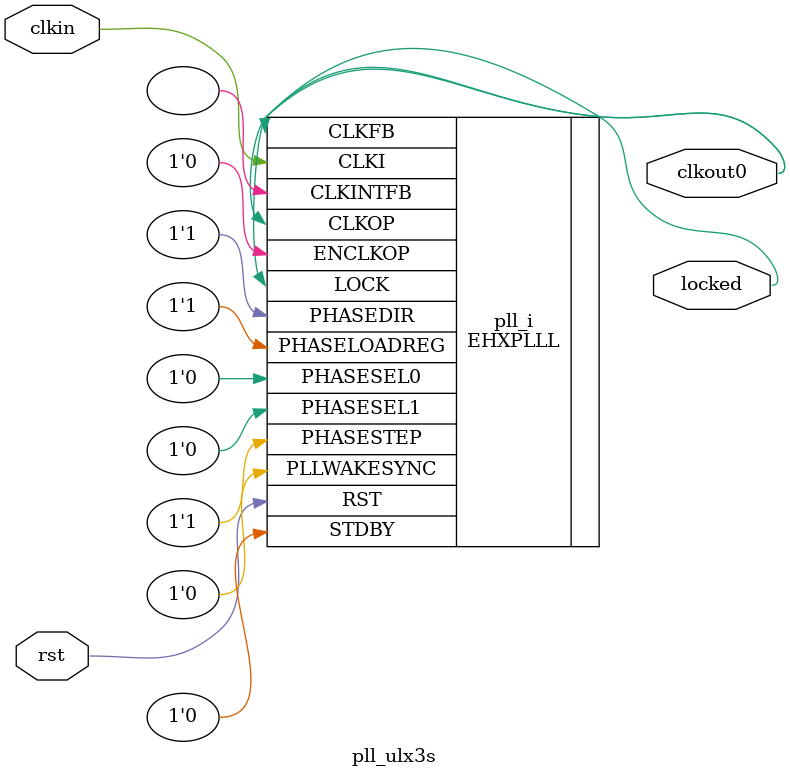
<source format=v>
module pll_ulx3s
(
    input rst,
    input clkin, // 25 MHz, 0 deg
    output clkout0, // 120 MHz, 0 deg
    output locked
);
(* FREQUENCY_PIN_CLKI="25" *)
(* FREQUENCY_PIN_CLKOP="120" *)
(* ICP_CURRENT="12" *) (* LPF_RESISTOR="8" *) (* MFG_ENABLE_FILTEROPAMP="1" *) (* MFG_GMCREF_SEL="2" *)
EHXPLLL #(
        .PLLRST_ENA("DISABLED"),
        .INTFB_WAKE("DISABLED"),
        .STDBY_ENABLE("DISABLED"),
        .DPHASE_SOURCE("DISABLED"),
        .OUTDIVIDER_MUXA("DIVA"),
        .OUTDIVIDER_MUXB("DIVB"),
        .OUTDIVIDER_MUXC("DIVC"),
        .OUTDIVIDER_MUXD("DIVD"),
        .CLKI_DIV(5),
        .CLKOP_ENABLE("ENABLED"),
        .CLKOP_DIV(5),
        .CLKOP_CPHASE(2),
        .CLKOP_FPHASE(0),
        .FEEDBK_PATH("CLKOP"),
        .CLKFB_DIV(24)
    ) pll_i (
        .RST(rst),
        .STDBY(1'b0),
        .CLKI(clkin),
        .CLKOP(clkout0),
        .CLKFB(clkout0),
        .CLKINTFB(),
        .PHASESEL0(1'b0),
        .PHASESEL1(1'b0),
        .PHASEDIR(1'b1),
        .PHASESTEP(1'b1),
        .PHASELOADREG(1'b1),
        .PLLWAKESYNC(1'b0),
        .ENCLKOP(1'b0),
        .LOCK(locked)
	);
endmodule
</source>
